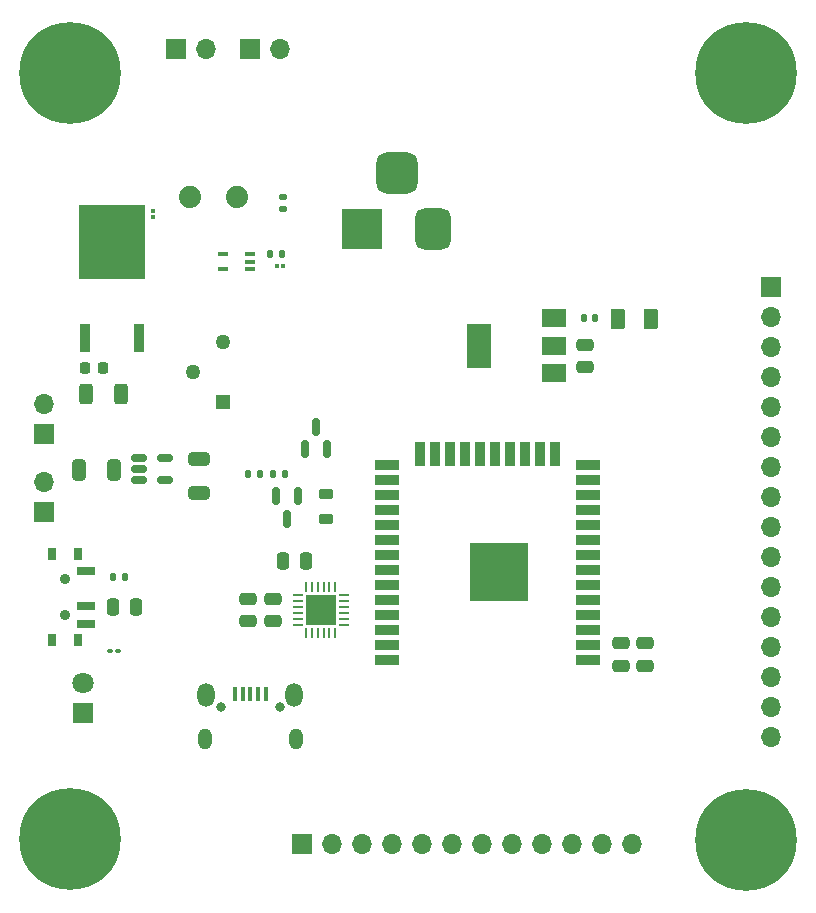
<source format=gbr>
%TF.GenerationSoftware,KiCad,Pcbnew,(6.0.1)*%
%TF.CreationDate,2022-03-22T21:47:25-04:00*%
%TF.ProjectId,Looking Glass,4c6f6f6b-696e-4672-9047-6c6173732e6b,rev?*%
%TF.SameCoordinates,Original*%
%TF.FileFunction,Soldermask,Top*%
%TF.FilePolarity,Negative*%
%FSLAX46Y46*%
G04 Gerber Fmt 4.6, Leading zero omitted, Abs format (unit mm)*
G04 Created by KiCad (PCBNEW (6.0.1)) date 2022-03-22 21:47:25*
%MOMM*%
%LPD*%
G01*
G04 APERTURE LIST*
G04 Aperture macros list*
%AMRoundRect*
0 Rectangle with rounded corners*
0 $1 Rounding radius*
0 $2 $3 $4 $5 $6 $7 $8 $9 X,Y pos of 4 corners*
0 Add a 4 corners polygon primitive as box body*
4,1,4,$2,$3,$4,$5,$6,$7,$8,$9,$2,$3,0*
0 Add four circle primitives for the rounded corners*
1,1,$1+$1,$2,$3*
1,1,$1+$1,$4,$5*
1,1,$1+$1,$6,$7*
1,1,$1+$1,$8,$9*
0 Add four rect primitives between the rounded corners*
20,1,$1+$1,$2,$3,$4,$5,0*
20,1,$1+$1,$4,$5,$6,$7,0*
20,1,$1+$1,$6,$7,$8,$9,0*
20,1,$1+$1,$8,$9,$2,$3,0*%
G04 Aperture macros list end*
%ADD10C,0.127000*%
%ADD11RoundRect,0.250000X0.375000X0.625000X-0.375000X0.625000X-0.375000X-0.625000X0.375000X-0.625000X0*%
%ADD12R,3.500000X3.500000*%
%ADD13RoundRect,0.750000X0.750000X1.000000X-0.750000X1.000000X-0.750000X-1.000000X0.750000X-1.000000X0*%
%ADD14RoundRect,0.875000X0.875000X0.875000X-0.875000X0.875000X-0.875000X-0.875000X0.875000X-0.875000X0*%
%ADD15R,1.700000X1.700000*%
%ADD16O,1.700000X1.700000*%
%ADD17R,0.939800X2.489200*%
%ADD18R,5.562600X6.299200*%
%ADD19RoundRect,0.062500X-0.062500X0.350000X-0.062500X-0.350000X0.062500X-0.350000X0.062500X0.350000X0*%
%ADD20RoundRect,0.062500X-0.350000X0.062500X-0.350000X-0.062500X0.350000X-0.062500X0.350000X0.062500X0*%
%ADD21R,2.600000X2.600000*%
%ADD22RoundRect,0.135000X-0.135000X-0.185000X0.135000X-0.185000X0.135000X0.185000X-0.135000X0.185000X0*%
%ADD23RoundRect,0.218750X-0.381250X0.218750X-0.381250X-0.218750X0.381250X-0.218750X0.381250X0.218750X0*%
%ADD24R,0.850900X0.304800*%
%ADD25O,0.800000X0.800000*%
%ADD26R,0.450000X1.300000*%
%ADD27O,1.450000X2.000000*%
%ADD28O,1.150000X1.800000*%
%ADD29RoundRect,0.250000X-0.475000X0.250000X-0.475000X-0.250000X0.475000X-0.250000X0.475000X0.250000X0*%
%ADD30RoundRect,0.135000X0.135000X0.185000X-0.135000X0.185000X-0.135000X-0.185000X0.135000X-0.185000X0*%
%ADD31RoundRect,0.075000X0.075000X-0.125000X0.075000X0.125000X-0.075000X0.125000X-0.075000X-0.125000X0*%
%ADD32R,0.800000X1.000000*%
%ADD33C,0.900000*%
%ADD34R,1.500000X0.700000*%
%ADD35RoundRect,0.135000X-0.185000X0.135000X-0.185000X-0.135000X0.185000X-0.135000X0.185000X0.135000X0*%
%ADD36RoundRect,0.150000X0.150000X-0.587500X0.150000X0.587500X-0.150000X0.587500X-0.150000X-0.587500X0*%
%ADD37R,1.270000X1.270000*%
%ADD38C,1.270000*%
%ADD39RoundRect,0.250000X-0.250000X-0.475000X0.250000X-0.475000X0.250000X0.475000X-0.250000X0.475000X0*%
%ADD40RoundRect,0.225000X-0.225000X-0.250000X0.225000X-0.250000X0.225000X0.250000X-0.225000X0.250000X0*%
%ADD41RoundRect,0.075000X0.125000X0.075000X-0.125000X0.075000X-0.125000X-0.075000X0.125000X-0.075000X0*%
%ADD42RoundRect,0.150000X-0.512500X-0.150000X0.512500X-0.150000X0.512500X0.150000X-0.512500X0.150000X0*%
%ADD43R,2.000000X0.900000*%
%ADD44R,0.900000X2.000000*%
%ADD45R,5.000000X5.000000*%
%ADD46C,8.600000*%
%ADD47RoundRect,0.250000X0.250000X0.475000X-0.250000X0.475000X-0.250000X-0.475000X0.250000X-0.475000X0*%
%ADD48R,2.000000X1.500000*%
%ADD49R,2.000000X3.800000*%
%ADD50RoundRect,0.100000X0.130000X0.100000X-0.130000X0.100000X-0.130000X-0.100000X0.130000X-0.100000X0*%
%ADD51RoundRect,0.250000X-0.650000X0.325000X-0.650000X-0.325000X0.650000X-0.325000X0.650000X0.325000X0*%
%ADD52RoundRect,0.250000X-0.312500X-0.625000X0.312500X-0.625000X0.312500X0.625000X-0.312500X0.625000X0*%
%ADD53RoundRect,0.140000X0.140000X0.170000X-0.140000X0.170000X-0.140000X-0.170000X0.140000X-0.170000X0*%
%ADD54RoundRect,0.250000X0.325000X0.650000X-0.325000X0.650000X-0.325000X-0.650000X0.325000X-0.650000X0*%
%ADD55R,1.800000X1.800000*%
%ADD56C,1.800000*%
%ADD57C,1.879600*%
%ADD58RoundRect,0.150000X-0.150000X0.587500X-0.150000X-0.587500X0.150000X-0.587500X0.150000X0.587500X0*%
G04 APERTURE END LIST*
D10*
%TO.C,PHOTO1*%
X48906600Y-114555500D02*
X49003120Y-114565660D01*
X49003120Y-114565660D02*
X49094560Y-114596140D01*
X49094560Y-114596140D02*
X49178380Y-114644400D01*
X49178380Y-114644400D02*
X49249500Y-114712980D01*
X49249500Y-114712980D02*
X49302840Y-114794260D01*
X49302840Y-114794260D02*
X49335860Y-114885700D01*
X49335860Y-114885700D02*
X49351100Y-114982220D01*
X49351100Y-114982220D02*
X49340940Y-115081280D01*
X49340940Y-115081280D02*
X49310460Y-115177800D01*
X49310460Y-115177800D02*
X49257120Y-115264160D01*
X49257120Y-115264160D02*
X49186000Y-115340360D01*
X49186000Y-115340360D02*
X49102180Y-115396240D01*
X49102180Y-115396240D02*
X49005660Y-115431800D01*
X49005660Y-115431800D02*
X48906600Y-115444500D01*
X48906600Y-115444500D02*
X48805000Y-115431800D01*
X48805000Y-115431800D02*
X48711020Y-115398780D01*
X48711020Y-115398780D02*
X48627200Y-115342900D01*
X48627200Y-115342900D02*
X48556080Y-115271780D01*
X48556080Y-115271780D02*
X48505280Y-115185420D01*
X48505280Y-115185420D02*
X48472260Y-115088900D01*
X48472260Y-115088900D02*
X48464640Y-114992380D01*
X48464640Y-114992380D02*
X48474800Y-114893320D01*
X48474800Y-114893320D02*
X48507820Y-114801880D01*
X48507820Y-114801880D02*
X48561160Y-114718060D01*
X48561160Y-114718060D02*
X48632280Y-114649480D01*
X48632280Y-114649480D02*
X48716100Y-114598680D01*
X48716100Y-114598680D02*
X48807540Y-114565660D01*
X48807540Y-114565660D02*
X48906600Y-114555500D01*
X48906600Y-114555500D02*
X48906600Y-114555500D01*
X44893400Y-114555500D02*
X44992460Y-114565660D01*
X44992460Y-114565660D02*
X45083900Y-114596140D01*
X45083900Y-114596140D02*
X45167720Y-114644400D01*
X45167720Y-114644400D02*
X45238840Y-114712980D01*
X45238840Y-114712980D02*
X45292180Y-114794260D01*
X45292180Y-114794260D02*
X45325200Y-114885700D01*
X45325200Y-114885700D02*
X45337900Y-114982220D01*
X45337900Y-114982220D02*
X45330280Y-115081280D01*
X45330280Y-115081280D02*
X45299800Y-115177800D01*
X45299800Y-115177800D02*
X45246460Y-115264160D01*
X45246460Y-115264160D02*
X45175340Y-115340360D01*
X45175340Y-115340360D02*
X45091520Y-115396240D01*
X45091520Y-115396240D02*
X44995000Y-115431800D01*
X44995000Y-115431800D02*
X44893400Y-115444500D01*
X44893400Y-115444500D02*
X44794340Y-115431800D01*
X44794340Y-115431800D02*
X44700360Y-115398780D01*
X44700360Y-115398780D02*
X44616540Y-115342900D01*
X44616540Y-115342900D02*
X44545420Y-115271780D01*
X44545420Y-115271780D02*
X44494620Y-115185420D01*
X44494620Y-115185420D02*
X44461600Y-115088900D01*
X44461600Y-115088900D02*
X44453980Y-114992380D01*
X44453980Y-114992380D02*
X44464140Y-114893320D01*
X44464140Y-114893320D02*
X44497160Y-114801880D01*
X44497160Y-114801880D02*
X44550500Y-114718060D01*
X44550500Y-114718060D02*
X44621620Y-114649480D01*
X44621620Y-114649480D02*
X44705440Y-114598680D01*
X44705440Y-114598680D02*
X44796880Y-114565660D01*
X44796880Y-114565660D02*
X44893400Y-114555500D01*
X44893400Y-114555500D02*
X44893400Y-114555500D01*
%TD*%
D11*
%TO.C,F1*%
X83950000Y-125345000D03*
X81150000Y-125345000D03*
%TD*%
D12*
%TO.C,J8*%
X59500000Y-117700000D03*
D13*
X65500000Y-117700000D03*
D14*
X62500000Y-113000000D03*
%TD*%
D15*
%TO.C,J4*%
X43725000Y-102500000D03*
D16*
X46265000Y-102500000D03*
%TD*%
D17*
%TO.C,U2*%
X36014000Y-126988100D03*
X40586000Y-126988100D03*
D18*
X38300000Y-118834700D03*
%TD*%
D19*
%TO.C,U6*%
X57250000Y-148062500D03*
X56750000Y-148062500D03*
X56250000Y-148062500D03*
X55750000Y-148062500D03*
X55250000Y-148062500D03*
X54750000Y-148062500D03*
D20*
X54062500Y-148750000D03*
X54062500Y-149250000D03*
X54062500Y-149750000D03*
X54062500Y-150250000D03*
X54062500Y-150750000D03*
X54062500Y-151250000D03*
D19*
X54750000Y-151937500D03*
X55250000Y-151937500D03*
X55750000Y-151937500D03*
X56250000Y-151937500D03*
X56750000Y-151937500D03*
X57250000Y-151937500D03*
D20*
X57937500Y-151250000D03*
X57937500Y-150750000D03*
X57937500Y-150250000D03*
X57937500Y-149750000D03*
X57937500Y-149250000D03*
X57937500Y-148750000D03*
D21*
X56000000Y-150000000D03*
%TD*%
D22*
%TO.C,R3*%
X51990000Y-138460000D03*
X53010000Y-138460000D03*
%TD*%
D23*
%TO.C,FB1*%
X56450000Y-140137500D03*
X56450000Y-142262500D03*
%TD*%
D24*
%TO.C,U7*%
X50022680Y-121147700D03*
X50022680Y-120500000D03*
X50022680Y-119852300D03*
X47777320Y-119852300D03*
X47777320Y-121147700D03*
%TD*%
D15*
%TO.C,J3*%
X32600000Y-141700000D03*
D16*
X32600000Y-139160000D03*
%TD*%
D25*
%TO.C,J5*%
X47545000Y-158195000D03*
X52545000Y-158195000D03*
D26*
X48745000Y-157095000D03*
X49395000Y-157095000D03*
X50045000Y-157095000D03*
X50695000Y-157095000D03*
X51345000Y-157095000D03*
D27*
X53770000Y-157145000D03*
D28*
X46170000Y-160945000D03*
D27*
X46320000Y-157145000D03*
D28*
X53920000Y-160945000D03*
%TD*%
D29*
%TO.C,C8*%
X49850000Y-149050000D03*
X49850000Y-150950000D03*
%TD*%
D30*
%TO.C,R6*%
X52760000Y-119850000D03*
X51740000Y-119850000D03*
%TD*%
D31*
%TO.C,C6*%
X41850000Y-116675000D03*
X41850000Y-116175000D03*
%TD*%
D30*
%TO.C,R2*%
X50910000Y-138460000D03*
X49890000Y-138460000D03*
%TD*%
D29*
%TO.C,C9*%
X52000000Y-149050000D03*
X52000000Y-150950000D03*
%TD*%
D15*
%TO.C,J7*%
X54425000Y-169800000D03*
D16*
X56965000Y-169800000D03*
X59505000Y-169800000D03*
X62045000Y-169800000D03*
X64585000Y-169800000D03*
X67125000Y-169800000D03*
X69665000Y-169800000D03*
X72205000Y-169800000D03*
X74745000Y-169800000D03*
X77285000Y-169800000D03*
X79825000Y-169800000D03*
X82365000Y-169800000D03*
%TD*%
D32*
%TO.C,SW1*%
X33270000Y-145250000D03*
X35480000Y-152550000D03*
D33*
X34370000Y-150400000D03*
D32*
X33270000Y-152550000D03*
X35480000Y-145250000D03*
D33*
X34370000Y-147400000D03*
D34*
X36130000Y-146650000D03*
X36130000Y-149650000D03*
X36130000Y-151150000D03*
%TD*%
D35*
%TO.C,R4*%
X52800000Y-115000000D03*
X52800000Y-116020000D03*
%TD*%
D36*
%TO.C,Q1*%
X54650000Y-136337500D03*
X56550000Y-136337500D03*
X55600000Y-134462500D03*
%TD*%
D37*
%TO.C,U5*%
X47712700Y-132340000D03*
D38*
X45172700Y-129800000D03*
X47712700Y-127260000D03*
%TD*%
D39*
%TO.C,C13*%
X38450000Y-149700000D03*
X40350000Y-149700000D03*
%TD*%
D15*
%TO.C,J2*%
X32600000Y-135100000D03*
D16*
X32600000Y-132560000D03*
%TD*%
D15*
%TO.C,J1*%
X50050000Y-102500000D03*
D16*
X52590000Y-102500000D03*
%TD*%
D40*
%TO.C,C3*%
X36025000Y-129458900D03*
X37575000Y-129458900D03*
%TD*%
D30*
%TO.C,R7*%
X39410000Y-147200000D03*
X38390000Y-147200000D03*
%TD*%
D29*
%TO.C,C7*%
X83500000Y-152805000D03*
X83500000Y-154705000D03*
%TD*%
D41*
%TO.C,C12*%
X52800000Y-120900000D03*
X52300000Y-120900000D03*
%TD*%
D42*
%TO.C,U3*%
X40582500Y-137110000D03*
X40582500Y-138060000D03*
X40582500Y-139010000D03*
X42857500Y-139010000D03*
X42857500Y-137110000D03*
%TD*%
D43*
%TO.C,U4*%
X78600000Y-154255000D03*
X78600000Y-152985000D03*
X78600000Y-151715000D03*
X78600000Y-150445000D03*
X78600000Y-149175000D03*
X78600000Y-147905000D03*
X78600000Y-146635000D03*
X78600000Y-145365000D03*
X78600000Y-144095000D03*
X78600000Y-142825000D03*
X78600000Y-141555000D03*
X78600000Y-140285000D03*
X78600000Y-139015000D03*
X78600000Y-137745000D03*
D44*
X75815000Y-136745000D03*
X74545000Y-136745000D03*
X73275000Y-136745000D03*
X72005000Y-136745000D03*
X70735000Y-136745000D03*
X69465000Y-136745000D03*
X68195000Y-136745000D03*
X66925000Y-136745000D03*
X65655000Y-136745000D03*
X64385000Y-136745000D03*
D43*
X61600000Y-137745000D03*
X61600000Y-139015000D03*
X61600000Y-140285000D03*
X61600000Y-141555000D03*
X61600000Y-142825000D03*
X61600000Y-144095000D03*
X61600000Y-145365000D03*
X61600000Y-146635000D03*
X61600000Y-147905000D03*
X61600000Y-149175000D03*
X61600000Y-150445000D03*
X61600000Y-151715000D03*
X61600000Y-152985000D03*
X61600000Y-154255000D03*
D45*
X71100000Y-146755000D03*
%TD*%
D46*
%TO.C,H1*%
X34800000Y-104500000D03*
D33*
X37080419Y-102219581D03*
X34800000Y-107725000D03*
X37080419Y-106780419D03*
X31575000Y-104500000D03*
X32519581Y-102219581D03*
X38025000Y-104500000D03*
X34800000Y-101275000D03*
X32519581Y-106780419D03*
%TD*%
D47*
%TO.C,C11*%
X54750000Y-145800000D03*
X52850000Y-145800000D03*
%TD*%
D15*
%TO.C,J6*%
X94100000Y-122620000D03*
D16*
X94100000Y-125160000D03*
X94100000Y-127700000D03*
X94100000Y-130240000D03*
X94100000Y-132780000D03*
X94100000Y-135320000D03*
X94100000Y-137860000D03*
X94100000Y-140400000D03*
X94100000Y-142940000D03*
X94100000Y-145480000D03*
X94100000Y-148020000D03*
X94100000Y-150560000D03*
X94100000Y-153100000D03*
X94100000Y-155640000D03*
X94100000Y-158180000D03*
X94100000Y-160720000D03*
%TD*%
D33*
%TO.C,H2*%
X32519581Y-171680419D03*
X34800000Y-166175000D03*
X37080419Y-167119581D03*
X38025000Y-169400000D03*
X37080419Y-171680419D03*
X34800000Y-172625000D03*
X32519581Y-167119581D03*
D46*
X34800000Y-169400000D03*
D33*
X31575000Y-169400000D03*
%TD*%
D48*
%TO.C,U1*%
X75750000Y-129900000D03*
X75750000Y-127600000D03*
X75750000Y-125300000D03*
D49*
X69450000Y-127600000D03*
%TD*%
D50*
%TO.C,R1*%
X38820000Y-153450000D03*
X38180000Y-153450000D03*
%TD*%
D33*
%TO.C,H3*%
X94280419Y-171780419D03*
D46*
X92000000Y-169500000D03*
D33*
X92000000Y-172725000D03*
X95225000Y-169500000D03*
X89719581Y-171780419D03*
X94280419Y-167219581D03*
X92000000Y-166275000D03*
X88775000Y-169500000D03*
X89719581Y-167219581D03*
%TD*%
D29*
%TO.C,C10*%
X81400000Y-152805000D03*
X81400000Y-154705000D03*
%TD*%
D51*
%TO.C,C4*%
X45720000Y-137160000D03*
X45720000Y-140110000D03*
%TD*%
D52*
%TO.C,R5*%
X36137500Y-131700000D03*
X39062500Y-131700000D03*
%TD*%
D53*
%TO.C,C2*%
X79250000Y-125300000D03*
X78290000Y-125300000D03*
%TD*%
D33*
%TO.C,H4*%
X94280419Y-102219581D03*
X95225000Y-104500000D03*
X89719581Y-106780419D03*
X92000000Y-101275000D03*
X88775000Y-104500000D03*
X94280419Y-106780419D03*
X89719581Y-102219581D03*
D46*
X92000000Y-104500000D03*
D33*
X92000000Y-107725000D03*
%TD*%
D54*
%TO.C,C1*%
X38500000Y-138100000D03*
X35550000Y-138100000D03*
%TD*%
D55*
%TO.C,D1*%
X35900000Y-158725000D03*
D56*
X35900000Y-156185000D03*
%TD*%
D57*
%TO.C,PHOTO1*%
X48898980Y-115000000D03*
X44901020Y-115000000D03*
%TD*%
D29*
%TO.C,C5*%
X78350000Y-127550000D03*
X78350000Y-129450000D03*
%TD*%
D58*
%TO.C,Q2*%
X54100000Y-140367500D03*
X52200000Y-140367500D03*
X53150000Y-142242500D03*
%TD*%
M02*

</source>
